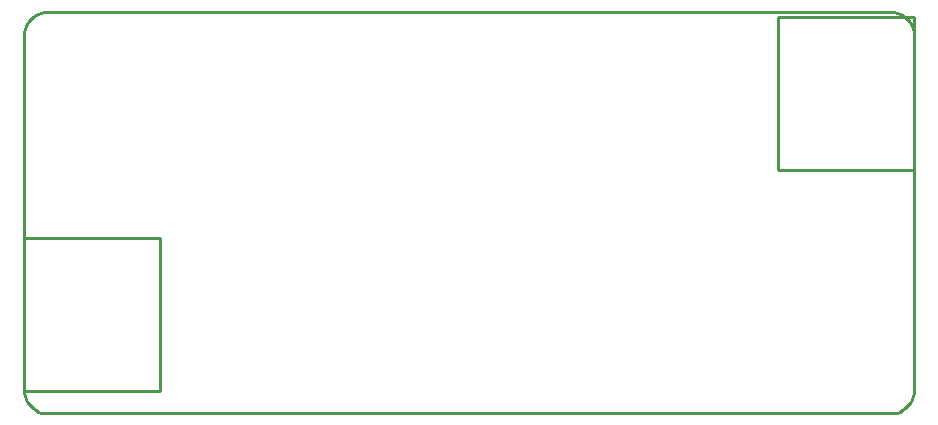
<source format=gm1>
G04*
G04 #@! TF.GenerationSoftware,Altium Limited,Altium Designer,21.7.2 (23)*
G04*
G04 Layer_Color=16711935*
%FSLAX25Y25*%
%MOIN*%
G70*
G04*
G04 #@! TF.SameCoordinates,E5E8B68C-8D41-431D-B15D-81AA5E7DC35F*
G04*
G04*
G04 #@! TF.FilePolarity,Positive*
G04*
G01*
G75*
%ADD12C,0.01000*%
D12*
X288910Y-1D02*
X289937Y66D01*
X290947Y267D01*
X291923Y598D01*
X292846Y1054D01*
X293703Y1626D01*
X294477Y2305D01*
X295156Y3080D01*
X295728Y3936D01*
X296184Y4860D01*
X296515Y5835D01*
X296716Y6845D01*
X296783Y7873D01*
X0D02*
X67Y6845D01*
X268Y5835D01*
X599Y4860D01*
X1055Y3936D01*
X1627Y3080D01*
X2306Y2305D01*
X3081Y1626D01*
X3937Y1054D01*
X4861Y598D01*
X5836Y267D01*
X6846Y66D01*
X7874Y-1D01*
X296783Y125984D02*
X296716Y127012D01*
X296515Y128022D01*
X296184Y128998D01*
X295728Y129921D01*
X295156Y130778D01*
X294477Y131552D01*
X293703Y132231D01*
X292846Y132803D01*
X291923Y133259D01*
X290947Y133590D01*
X289937Y133791D01*
X288910Y133858D01*
X7874D02*
X6846Y133791D01*
X5836Y133590D01*
X4861Y133259D01*
X3937Y132803D01*
X3081Y132231D01*
X2306Y131552D01*
X1627Y130778D01*
X1055Y129921D01*
X599Y128998D01*
X268Y128022D01*
X67Y127012D01*
X0Y125984D01*
X158Y58495D02*
X158Y7314D01*
X158Y58495D02*
X45433D01*
X158Y7314D02*
X45433D01*
X45433Y58495D02*
X45433Y7314D01*
X-0Y7873D02*
X0Y125984D01*
X296783Y7873D02*
X296783Y125984D01*
X7874Y-1D02*
X288910Y-1D01*
X7874Y133858D02*
X288910D01*
X251350Y132161D02*
X251350Y80980D01*
X251350Y132161D02*
X296626D01*
X251350Y80980D02*
X296626D01*
X296626Y132161D02*
X296626Y80980D01*
M02*

</source>
